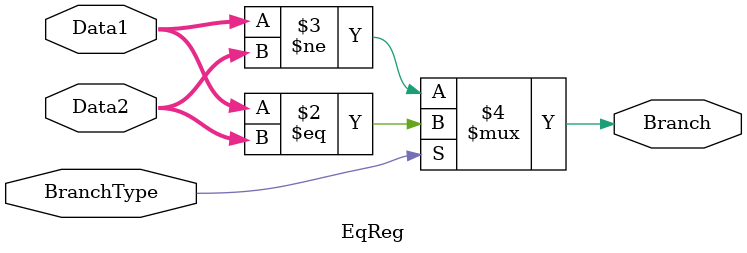
<source format=v>
module EqReg (
    input signed [63:0] Data1,   // 64-bit input data1
    input signed [63:0] Data2,   // 64-bit input data2
    input BranchType,            // Branch type (1 for equality, 0 for inequality)
    output reg Branch            // Output signal indicating branch decision
);

    // Evaluate branch condition based on BranchType
    always @(*) begin
        Branch = (BranchType) ? (Data1 == Data2) : (Data1 != Data2);
    end

endmodule

</source>
